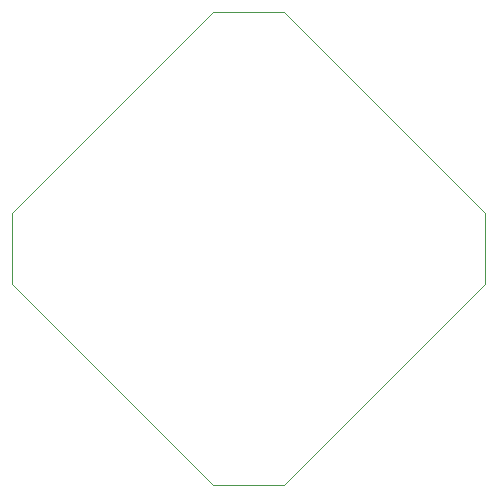
<source format=gm1>
G04 #@! TF.GenerationSoftware,KiCad,Pcbnew,8.0.5*
G04 #@! TF.CreationDate,2024-09-26T09:52:47+02:00*
G04 #@! TF.ProjectId,BL-R8812AF1 mount,424c2d52-3838-4313-9241-4631206d6f75,rev?*
G04 #@! TF.SameCoordinates,Original*
G04 #@! TF.FileFunction,Profile,NP*
%FSLAX46Y46*%
G04 Gerber Fmt 4.6, Leading zero omitted, Abs format (unit mm)*
G04 Created by KiCad (PCBNEW 8.0.5) date 2024-09-26 09:52:47*
%MOMM*%
%LPD*%
G01*
G04 APERTURE LIST*
G04 #@! TA.AperFunction,Profile*
%ADD10C,0.050000*%
G04 #@! TD*
G04 #@! TA.AperFunction,Profile*
%ADD11C,0.100000*%
G04 #@! TD*
G04 APERTURE END LIST*
D10*
X72710000Y-146098000D02*
X72710000Y-152098000D01*
X89710000Y-169098000D02*
X95710000Y-169098000D01*
D11*
X72710000Y-152098000D02*
X89710000Y-169098000D01*
X112710000Y-146098000D02*
X95710000Y-129098000D01*
X95710000Y-169098000D02*
X112710000Y-152098000D01*
D10*
X112710000Y-146098000D02*
X112710000Y-152098000D01*
X89710000Y-129098000D02*
X95710000Y-129098000D01*
D11*
X89710000Y-129098000D02*
X72710000Y-146098000D01*
M02*

</source>
